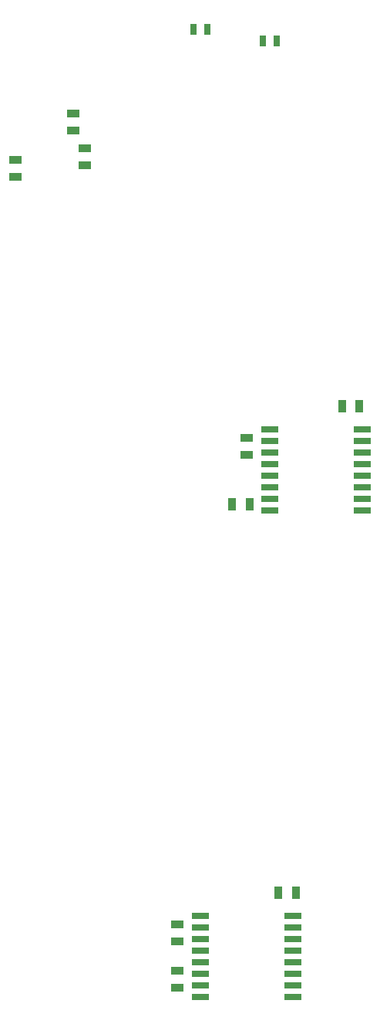
<source format=gbp>
G04 (created by PCBNEW-RS274X (2012-apr-16-27)-stable) date Sat 08 Mar 2014 10:36:18 AM EET*
G01*
G70*
G90*
%MOIN*%
G04 Gerber Fmt 3.4, Leading zero omitted, Abs format*
%FSLAX34Y34*%
G04 APERTURE LIST*
%ADD10C,0.006000*%
%ADD11R,0.075000X0.025000*%
%ADD12R,0.055000X0.035000*%
%ADD13R,0.035000X0.055000*%
%ADD14R,0.025000X0.045000*%
G04 APERTURE END LIST*
G54D10*
G54D11*
X14000Y26000D03*
X14000Y26500D03*
X14000Y27000D03*
X14000Y27500D03*
X14000Y28000D03*
X14000Y28500D03*
X14000Y29000D03*
X14000Y29500D03*
X18000Y29500D03*
X18000Y29000D03*
X18000Y28500D03*
X18000Y28000D03*
X18000Y27500D03*
X18000Y27000D03*
X18000Y26500D03*
X18000Y26000D03*
X11000Y05000D03*
X11000Y05500D03*
X11000Y06000D03*
X11000Y06500D03*
X11000Y07000D03*
X11000Y07500D03*
X11000Y08000D03*
X11000Y08500D03*
X15000Y08500D03*
X15000Y08000D03*
X15000Y07500D03*
X15000Y07000D03*
X15000Y06500D03*
X15000Y06000D03*
X15000Y05500D03*
X15000Y05000D03*
G54D12*
X10000Y06125D03*
X10000Y05375D03*
X13000Y29125D03*
X13000Y28375D03*
X05500Y43125D03*
X05500Y42375D03*
G54D13*
X12375Y26250D03*
X13125Y26250D03*
X15125Y09500D03*
X14375Y09500D03*
G54D12*
X10000Y08125D03*
X10000Y07375D03*
G54D13*
X17875Y30500D03*
X17125Y30500D03*
G54D12*
X03000Y40375D03*
X03000Y41125D03*
X06000Y40875D03*
X06000Y41625D03*
G54D14*
X10700Y46750D03*
X11300Y46750D03*
X13700Y46250D03*
X14300Y46250D03*
M02*

</source>
